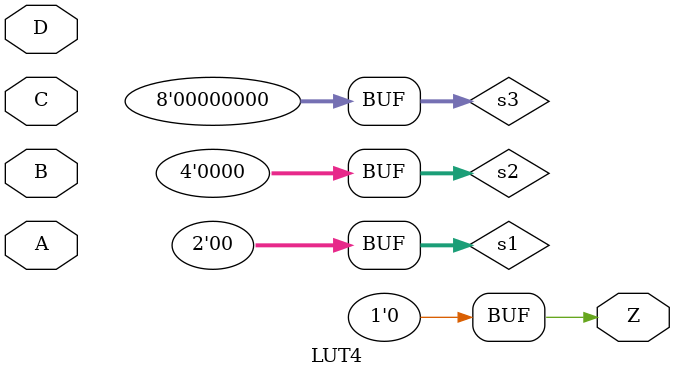
<source format=v>
`default_nettype none
module LUT4(input A, B, C, D, output Z);
    parameter [15:0] INIT = 16'h0000;
    wire [7:0] s3 = D ?     INIT[15:8] :     INIT[7:0];
    wire [3:0] s2 = C ?       s3[ 7:4] :       s3[3:0];
    wire [1:0] s1 = B ?       s2[ 3:2] :       s2[1:0];
    assign Z =      A ?          s1[1] :         s1[0];
endmodule

</source>
